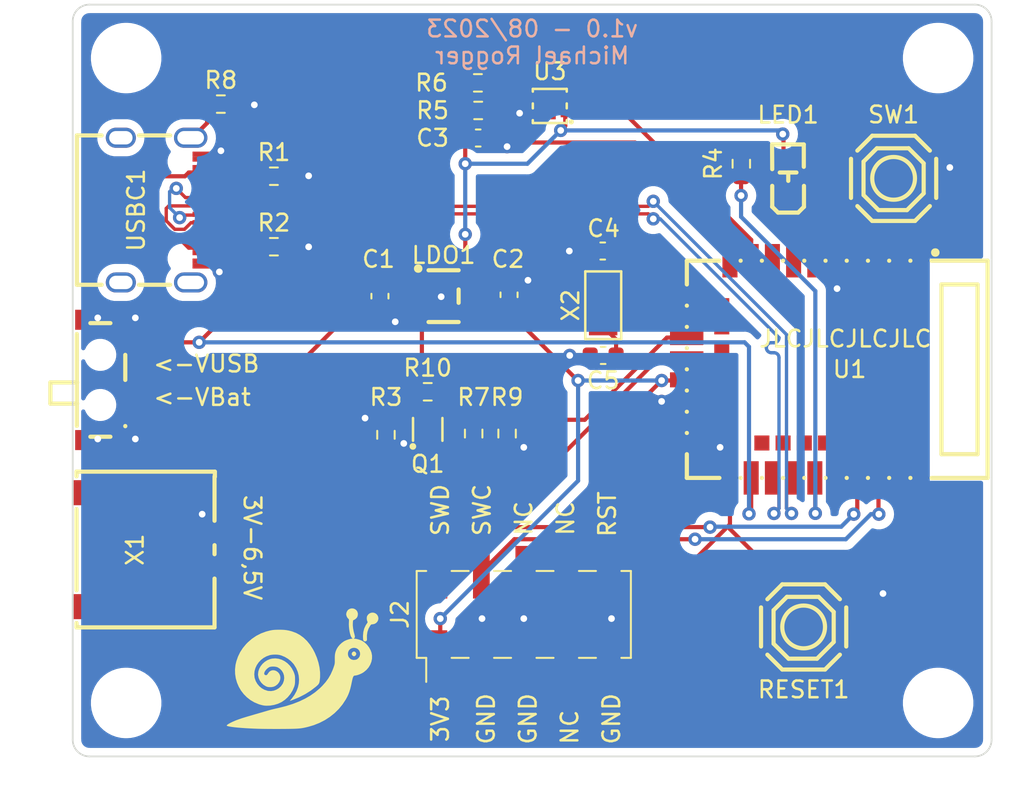
<source format=kicad_pcb>
(kicad_pcb (version 20211014) (generator pcbnew)
  (layers (0 "F.Cu" signal) (31 "B.Cu" signal) (34 "B.Paste" user) (35 "F.Paste" user) (36 "B.SilkS" user "B.Silkscreen") (37 "F.SilkS" user "F.Silkscreen") (38 "B.Mask" user) (39 "F.Mask" user) (44 "Edge.Cuts" user))
  (net 0 "")
  (net 1 "Net-(LED1-Pad1)")
  (net 4 "GND")
  (net 7 "XL1")
  (net 9 "XL2")
  (net 14 "VBUS")
  (net 17 "RESET")
  (net 18 "DATA-")
  (net 20 "DATA+")
  (net 22 "CC1")
  (net 24 "LED1")
  (net 33 "CC2")
  (net 34 "BAT_MON_EN")
  (net 35 "SCL")
  (net 36 "SDA")
  (net 37 "SWD")
  (net 38 "SWC")
  (net 40 "Net-(Q1-Pad3)")
  (net 43 "nRF_VDD")
  (net 47 "BTN1")
  (net 48 "Net-(Q1-Pad5)")
  (net 57 "/USB_SH")
  (net 58 "VSELECTED")
  (net 59 "VBAT")
  (net 60 "BAT_READ")
  (footprint "schneggi_library:USB-C_SMD-TYPE-C-31-M-12" (layer "F.Cu") (at 20.3525 27.3 -90)
    (fp_text reference "USBC1" (at 0 1.5525 90) (layer "F.SilkS"))
    (fp_text value "TYPE-C-31-M-12")
    (pad "" np_thru_hole circle (at 2.9 -1.21 270) (size 0.75 0.75) (drill 0.75) (layers F&B.Cu *.Mask))
    (pad "" np_thru_hole circle (at -2.9 -1.21 270) (size 0.75 0.75) (drill 0.75) (layers F&B.Cu *.Mask))
    (pad "0" thru_hole oval (at -4.33 -1.71 270) (size 1.2 2) (drill oval 0.8 1.6) (layers *.Cu *.Paste *.Mask) (net 57 "/USB_SH"))
    (pad "1" thru_hole oval (at 4.33 -1.71 270) (size 1.2 2) (drill oval 0.8 1.6) (layers *.Cu *.Paste *.Mask))
    (pad "2" thru_hole oval (at 4.33 2.47 270) (size 1.2 1.8) (drill oval 0.8 1.4) (layers *.Cu *.Paste *.Mask))
    (pad "3" thru_hole oval (at -4.33 2.47 270) (size 1.2 1.8) (drill oval 0.8 1.4) (layers *.Cu *.Paste *.Mask))
    (pad "A1" smd rect (at -3.35 -2.47 270) (size 0.3 1.3) (layers "F.Cu" "F.Paste" "F.Mask") (net 4 "GND"))
    (pad "A4" smd rect (at -2.55 -2.47 270) (size 0.3 1.3) (layers "F.Cu" "F.Paste" "F.Mask") (net 14 "VBUS"))
    (pad "A5" smd rect (at -1.25 -2.47 270) (size 0.3 1.3) (layers "F.Cu" "F.Paste" "F.Mask") (net 22 "CC1"))
    (pad "A6" smd rect (at -0.25 -2.47 270) (size 0.3 1.3) (layers "F.Cu" "F.Paste" "F.Mask") (net 20 "DATA+"))
    (pad "A7" smd rect (at 0.25 -2.47 270) (size 0.3 1.3) (layers "F.Cu" "F.Paste" "F.Mask") (net 18 "DATA-"))
    (pad "A8" smd rect (at 1.25 -2.47 270) (size 0.3 1.3) (layers "F.Cu" "F.Paste" "F.Mask"))
    (pad "A9" smd rect (at 2.55 -2.47 270) (size 0.3 1.3) (layers "F.Cu" "F.Paste" "F.Mask") (net 14 "VBUS"))
    (pad "A12" smd rect (at 3.35 -2.47 270) (size 0.3 1.3) (layers "F.Cu" "F.Paste" "F.Mask") (net 4 "GND"))
    (pad "B1" smd rect (at 3.05 -2.47 270) (size 0.3 1.3) (layers "F.Cu" "F.Paste" "F.Mask") (net 4 "GND"))
    (pad "B4" smd rect (at 2.25 -2.47 270) (size 0.3 1.3) (layers "F.Cu" "F.Paste" "F.Mask") (net 14 "VBUS"))
    (pad "B5" smd rect (at 1.75 -2.47 270) (size 0.3 1.3) (layers "F.Cu" "F.Paste" "F.Mask") (net 33 "CC2"))
    (pad "B6" smd rect (at 0.75 -2.47 270) (size 0.3 1.3) (layers "F.Cu" "F.Paste" "F.Mask") (net 20 "DATA+"))
    (pad "B7" smd rect (at -0.75 -2.47 270) (size 0.3 1.3) (layers "F.Cu" "F.Paste" "F.Mask") (net 18 "DATA-"))
    (pad "B8" smd rect (at -1.75 -2.47 270) (size 0.3 1.3) (layers "F.Cu" "F.Paste" "F.Mask"))
    (pad "B9" smd rect (at -2.25 -2.47 270) (size 0.3 1.3) (layers "F.Cu" "F.Paste" "F.Mask") (net 14 "VBUS"))
    (pad "B12" smd rect (at -3.05 -2.47 270) (size 0.3 1.3) (layers "F.Cu" "F.Paste" "F.Mask") (net 4 "GND"))
  )
  (footprint "Resistor_SMD:R_0603_1608Metric" (layer "F.Cu") (at 41 40.675 -90)
    (fp_text reference "R9" (at -2.175 0 180) (layer "F.SilkS"))
    (fp_text value "180k")
    (pad "1" smd roundrect (at -0.825 0 270) (size 0.8 0.95) (layers "F.Cu" "F.Paste" "F.Mask") (net 60 "BAT_READ"))
    (pad "2" smd roundrect (at 0.825 0 270) (size 0.8 0.95) (layers "F.Cu" "F.Paste" "F.Mask") (net 4 "GND"))
  )
  (footprint "MountingHole:MountingHole_3.2mm_M3" (layer "F.Cu") (at 18.2 18.2)
    (fp_text reference "H1" hide)
    (fp_text value "MountingHole")
    (pad "" np_thru_hole circle (at 0 0) (size 3.2 3.2) (drill 3.2) (layers *.Cu *.Mask))
  )
  (footprint "MountingHole:MountingHole_3.2mm_M3" (layer "F.Cu") (at 18.2 56.8)
    (fp_text reference "H4" hide)
    (fp_text value "MountingHole")
    (pad "" np_thru_hole circle (at 0 0) (size 3.2 3.2) (drill 3.2) (layers *.Cu *.Mask))
  )
  (footprint "schneggi_library:DFN-4_L2.0-W2.0-P1.00-BL-EP" (layer "F.Cu") (at 43.561 21.0675 90)
    (fp_text reference "U3" (at 2.0675 0 180) (layer "F.SilkS"))
    (fp_text value "SHTC3-10000")
    (pad "1" smd rect locked (at -0.5 0.92 90) (size 0.35 0.55) (layers "F.Cu" "F.Paste" "F.Mask") (net 43 "nRF_VDD"))
    (pad "2" smd rect locked (at 0.5 0.92 90) (size 0.35 0.55) (layers "F.Cu" "F.Paste" "F.Mask") (net 35 "SCL"))
    (pad "3" smd rect locked (at 0.5 -0.92 90) (size 0.35 0.55) (layers "F.Cu" "F.Paste" "F.Mask") (net 36 "SDA"))
    (pad "4" smd rect locked (at -0.5 -0.92 90) (size 0.35 0.55) (layers "F.Cu" "F.Paste" "F.Mask") (net 4 "GND"))
    (pad "5" smd rect locked (at 0 0 90) (size 1.6 0.7) (layers "F.Cu" "F.Paste" "F.Mask"))
  )
  (footprint "MountingHole:MountingHole_3.2mm_M3" (layer "F.Cu") (at 66.8 18.2)
    (fp_text reference "H2" hide)
    (fp_text value "MountingHole")
    (pad "" np_thru_hole circle (at 0 0) (size 3.2 3.2) (drill 3.2) (layers *.Cu *.Mask))
  )
  (footprint "schneggi_library:SOT-563_L1.6-W1.2-P0.50-LS1.6-BL" (layer "F.Cu") (at 36.25 40.425)
    (fp_text reference "Q1" (at 0 2.075) (layer "F.SilkS"))
    (fp_text value "DMC2400UV-13")
    (pad "1" smd rect locked (at -0.5 0.72) (size 0.28 0.55) (layers "F.Cu" "F.Paste" "F.Mask") (net 4 "GND"))
    (pad "2" smd rect locked (at 0 0.72) (size 0.28 0.55) (layers "F.Cu" "F.Paste" "F.Mask") (net 34 "BAT_MON_EN"))
    (pad "3" smd rect locked (at 0.5 0.72) (size 0.28 0.55) (layers "F.Cu" "F.Paste" "F.Mask") (net 40 "Net-(Q1-Pad3)"))
    (pad "4" smd rect locked (at 0.5 -0.72) (size 0.28 0.55) (layers "F.Cu" "F.Paste" "F.Mask") (net 58 "VSELECTED"))
    (pad "5" smd rect locked (at 0 -0.72) (size 0.28 0.55) (layers "F.Cu" "F.Paste" "F.Mask") (net 48 "Net-(Q1-Pad5)"))
    (pad "6" smd rect locked (at -0.5 -0.72) (size 0.28 0.55) (layers "F.Cu" "F.Paste" "F.Mask") (net 48 "Net-(Q1-Pad5)"))
  )
  (footprint "Resistor_SMD:R_0603_1608Metric" (layer "F.Cu") (at 55.02 24.525 -90)
    (fp_text reference "R4" (at 0 1.68 90) (layer "F.SilkS"))
    (fp_text value "220")
    (pad "1" smd roundrect (at -0.825 0 270) (size 0.8 0.95) (layers "F.Cu" "F.Paste" "F.Mask") (net 1 "Net-(LED1-Pad1)"))
    (pad "2" smd roundrect (at 0.825 0 270) (size 0.8 0.95) (layers "F.Cu" "F.Paste" "F.Mask") (net 24 "LED1"))
  )
  (footprint "Resistor_SMD:R_0603_1608Metric" (layer "F.Cu") (at 27.0425 25.2725)
    (fp_text reference "R1" (at 0 -1.43) (layer "F.SilkS"))
    (fp_text value "5.1k")
    (pad "1" smd roundrect (at -0.825 0) (size 0.8 0.95) (layers "F.Cu" "F.Paste" "F.Mask") (net 22 "CC1"))
    (pad "2" smd roundrect (at 0.825 0) (size 0.8 0.95) (layers "F.Cu" "F.Paste" "F.Mask") (net 4 "GND"))
  )
  (footprint "Resistor_SMD:R_0603_1608Metric" (layer "F.Cu") (at 33.75 40.75 90)
    (fp_text reference "R3" (at 2.25 0 180) (layer "F.SilkS"))
    (fp_text value "1M0")
    (pad "1" smd roundrect (at -0.825 0 90) (size 0.8 0.95) (layers "F.Cu" "F.Paste" "F.Mask") (net 34 "BAT_MON_EN"))
    (pad "2" smd roundrect (at 0.825 0 90) (size 0.8 0.95) (layers "F.Cu" "F.Paste" "F.Mask") (net 4 "GND"))
  )
  (footprint "schneggi_library:SOT-23-5_L3.0-W1.7-P0.95-LS2.8-BR" (layer "F.Cu") (at 37.2 32.45 180)
    (fp_text reference "LDO1" (at 0 2.45) (layer "F.SilkS"))
    (fp_text value "TPS70933DBVR")
    (pad "1" smd rect locked (at 1.3 0.95 180) (size 1 0.6) (layers "F.Cu" "F.Paste" "F.Mask") (net 58 "VSELECTED"))
    (pad "2" smd rect locked (at 1.3 0 180) (size 1 0.6) (layers "F.Cu" "F.Paste" "F.Mask") (net 4 "GND"))
    (pad "3" smd rect locked (at 1.3 -0.95 180) (size 1 0.6) (layers "F.Cu" "F.Paste" "F.Mask") (net 58 "VSELECTED"))
    (pad "4" smd rect locked (at -1.3 -0.95 180) (size 1 0.6) (layers "F.Cu" "F.Paste" "F.Mask"))
    (pad "5" smd rect locked (at -1.3 0.95 180) (size 1 0.6) (layers "F.Cu" "F.Paste" "F.Mask") (net 43 "nRF_VDD"))
  )
  (footprint "Resistor_SMD:R_0603_1608Metric" (layer "F.Cu") (at 36.25 38.175)
    (fp_text reference "R10" (at 0 -1.43) (layer "F.SilkS"))
    (fp_text value "1M0")
    (pad "1" smd roundrect (at -0.825 0) (size 0.8 0.95) (layers "F.Cu" "F.Paste" "F.Mask") (net 48 "Net-(Q1-Pad5)"))
    (pad "2" smd roundrect (at 0.825 0) (size 0.8 0.95) (layers "F.Cu" "F.Paste" "F.Mask") (net 58 "VSELECTED"))
  )
  (footprint "schneggi_library:SW-TH_MSK12C02" (layer "F.Cu") (at 17.1975 37.465 -90)
    (fp_text reference "SW3" hide)
    (fp_text value "MSK12C02")
    (pad "" np_thru_hole circle (at -1.5 0.55 270) (size 0.9 0.9) (drill 0.9) (layers F&B.Cu *.Mask))
    (pad "" np_thru_hole circle (at 1.5 0.55 270) (size 0.9 0.9) (drill 0.9) (layers F&B.Cu *.Mask))
    (pad "1" smd rect (at -2.25 -1.7) (size 1.52 0.6) (layers "F.Cu" "F.Paste" "F.Mask") (net 14 "VBUS"))
    (pad "2" smd rect (at 0.75 -1.7) (size 1.52 0.6) (layers "F.Cu" "F.Paste" "F.Mask") (net 58 "VSELECTED"))
    (pad "3" smd rect (at 2.25 -1.7) (size 1.52 0.6) (layers "F.Cu" "F.Paste" "F.Mask") (net 59 "VBAT"))
    (pad "4" smd rect (at 3.6 1.7 90) (size 1.2 0.7) (layers "F.Cu" "F.Paste" "F.Mask") (net 4 "GND"))
    (pad "4" smd rect (at -3.6 1.7 90) (size 1.2 0.7) (layers "F.Cu" "F.Paste" "F.Mask") (net 4 "GND"))
    (pad "4" smd rect (at 3.6 -0.6 90) (size 1.2 0.7) (layers "F.Cu" "F.Paste" "F.Mask") (net 4 "GND"))
    (pad "4" smd rect (at -3.6 -0.6 90) (size 1.2 0.7) (layers "F.Cu" "F.Paste" "F.Mask") (net 4 "GND"))
  )
  (footprint "MountingHole:MountingHole_3.2mm_M3" (layer "F.Cu") (at 66.8 56.8)
    (fp_text reference "H3" hide)
    (fp_text value "MountingHole")
    (pad "" np_thru_hole circle (at 0 0) (size 3.2 3.2) (drill 3.2) (layers *.Cu *.Mask))
  )
  (footprint "Capacitor_SMD:C_0603_1608Metric" (layer "F.Cu") (at 46.75 36)
    (fp_text reference "C5" (at 0 1.5) (layer "F.SilkS"))
    (fp_text value "12pF")
    (pad "1" smd roundrect (at -0.775 0) (size 0.9 0.95) (layers "F.Cu" "F.Paste" "F.Mask") (net 4 "GND"))
    (pad "2" smd roundrect (at 0.775 0) (size 0.9 0.95) (layers "F.Cu" "F.Paste" "F.Mask") (net 9 "XL2"))
  )
  (footprint "Capacitor_SMD:C_0603_1608Metric" (layer "F.Cu") (at 39.27058 22.985)
    (fp_text reference "C3" (at -2.73 0) (layer "F.SilkS"))
    (fp_text value "100nF")
    (pad "1" smd roundrect (at -0.775 0) (size 0.9 0.95) (layers "F.Cu" "F.Paste" "F.Mask") (net 43 "nRF_VDD"))
    (pad "2" smd roundrect (at 0.775 0) (size 0.9 0.95) (layers "F.Cu" "F.Paste" "F.Mask") (net 4 "GND"))
  )
  (footprint "schneggi_library:SW-SMD_4P-L5.1-W5.1-P3.70-LS6.5-TL-2" (layer "F.Cu") (at 64.135 25.4)
    (fp_text reference "SW1" (at 0 -3.81) (layer "F.SilkS"))
    (fp_text value "TS-1187A-B-A-B")
    (pad "1" smd rect locked (at -3.3 -1.85) (size 1.7 1) (layers "F.Cu" "F.Paste" "F.Mask"))
    (pad "2" smd rect locked (at 3.3 -1.85) (size 1.7 1) (layers "F.Cu" "F.Paste" "F.Mask") (net 4 "GND"))
    (pad "3" smd rect locked (at -3.3 1.85) (size 1.7 1) (layers "F.Cu" "F.Paste" "F.Mask"))
    (pad "4" smd rect locked (at 3.3 1.85) (size 1.7 1) (layers "F.Cu" "F.Paste" "F.Mask") (net 47 "BTN1"))
  )
  (footprint "Resistor_SMD:R_0603_1608Metric" (layer "F.Cu") (at 23.8675 20.955)
    (fp_text reference "R8" (at 0 -1.43) (layer "F.SilkS"))
    (fp_text value "1M")
    (pad "1" smd roundrect (at -0.825 0) (size 0.8 0.95) (layers "F.Cu" "F.Paste" "F.Mask") (net 57 "/USB_SH"))
    (pad "2" smd roundrect (at 0.825 0) (size 0.8 0.95) (layers "F.Cu" "F.Paste" "F.Mask") (net 4 "GND"))
  )
  (footprint "Resistor_SMD:R_0603_1608Metric" (layer "F.Cu") (at 39.253838 19.685)
    (fp_text reference "R6" (at -2.777258 0) (layer "F.SilkS"))
    (fp_text value "10k")
    (pad "1" smd roundrect (at -0.825 0) (size 0.8 0.95) (layers "F.Cu" "F.Paste" "F.Mask") (net 43 "nRF_VDD"))
    (pad "2" smd roundrect (at 0.825 0) (size 0.8 0.95) (layers "F.Cu" "F.Paste" "F.Mask") (net 35 "SCL"))
  )
  (footprint "schneggi_library:SW-SMD_4P-L5.1-W5.1-P3.70-LS6.5-TL-2" (layer "F.Cu") (at 58.75 52.25)
    (fp_text reference "RESET1" (at 0 3.75) (layer "F.SilkS"))
    (fp_text value "TS-1187A-B-A-B")
    (pad "1" smd rect locked (at -3.3 -1.85) (size 1.7 1) (layers "F.Cu" "F.Paste" "F.Mask"))
    (pad "2" smd rect locked (at 3.3 -1.85) (size 1.7 1) (layers "F.Cu" "F.Paste" "F.Mask") (net 4 "GND"))
    (pad "3" smd rect locked (at -3.3 1.85) (size 1.7 1) (layers "F.Cu" "F.Paste" "F.Mask"))
    (pad "4" smd rect locked (at 3.3 1.85) (size 1.7 1) (layers "F.Cu" "F.Paste" "F.Mask") (net 17 "RESET"))
  )
  (footprint "Resistor_SMD:R_0603_1608Metric" (layer "F.Cu") (at 27.0425 29.4925)
    (fp_text reference "R2" (at 0 -1.43) (layer "F.SilkS"))
    (fp_text value "5.1k")
    (pad "1" smd roundrect (at -0.825 0) (size 0.8 0.95) (layers "F.Cu" "F.Paste" "F.Mask") (net 33 "CC2"))
    (pad "2" smd roundrect (at 0.825 0) (size 0.8 0.95) (layers "F.Cu" "F.Paste" "F.Mask") (net 4 "GND"))
  )
  (footprint "Capacitor_SMD:C_0603_1608Metric" (layer "F.Cu") (at 33.39 32.45 -90)
    (fp_text reference "C1" (at -2.215 0.085 180) (layer "F.SilkS"))
    (fp_text value "1uF")
    (pad "1" smd roundrect (at -0.775 0 270) (size 0.9 0.95) (layers "F.Cu" "F.Paste" "F.Mask") (net 58 "VSELECTED"))
    (pad "2" smd roundrect (at 0.775 0 270) (size 0.9 0.95) (layers "F.Cu" "F.Paste" "F.Mask") (net 4 "GND"))
  )
  (footprint "Resistor_SMD:R_0603_1608Metric" (layer "F.Cu") (at 39 40.675 90)
    (fp_text reference "R7" (at 2.175 0 180) (layer "F.SilkS"))
    (fp_text value "1M5")
    (pad "1" smd roundrect (at -0.825 0 90) (size 0.8 0.95) (layers "F.Cu" "F.Paste" "F.Mask") (net 40 "Net-(Q1-Pad3)"))
    (pad "2" smd roundrect (at 0.825 0 90) (size 0.8 0.95) (layers "F.Cu" "F.Paste" "F.Mask") (net 60 "BAT_READ"))
  )
  (footprint "schneggi_library:LED0805-RD_RED" (layer "F.Cu") (at 57.82 25.35 90)
    (fp_text reference "LED1" (at 3.75 0 180) (layer "F.SilkS"))
    (fp_text value "XL-2012SURC")
    (pad "1" smd rect locked (at -1.1 0 270) (size 1 1.25) (layers "F.Cu" "F.Paste" "F.Mask") (net 1 "Net-(LED1-Pad1)"))
    (pad "2" smd rect locked (at 1.1 0 270) (size 1 1.25) (layers "F.Cu" "F.Paste" "F.Mask") (net 43 "nRF_VDD"))
  )
  (footprint "schneggi_library:schneggi" (layer "F.Cu") (at 28.75 54.75)
    (fp_text reference "G***" hide)
    (fp_text value "LOGO" hide)
  )
  (footprint "Resistor_SMD:R_0603_1608Metric" (layer "F.Cu") (at 39.27058 21.336)
    (fp_text reference "R5" (at -2.73 0) (layer "F.SilkS"))
    (fp_text value "10k")
    (pad "1" smd roundrect (at -0.825 0) (size 0.8 0.95) (layers "F.Cu" "F.Paste" "F.Mask") (net 43 "nRF_VDD"))
    (pad "2" smd roundrect (at 0.825 0) (size 0.8 0.95) (layers "F.Cu" "F.Paste" "F.Mask") (net 36 "SDA"))
  )
  (footprint "schneggi_library:CRYSTAL-SMD_L3.2-W1.5-1" (layer "F.Cu") (at 46.75 33 -90)
    (fp_text reference "X2" (at -0.005 1.95 90) (layer "F.SilkS"))
    (fp_text value "XDMCZLNDDF-0.032768MHZ")
    (pad "1" smd rect locked (at -1.27 0 270) (size 1.05 1.7) (layers "F.Cu" "F.Paste" "F.Mask") (net 7 "XL1"))
    (pad "2" smd rect locked (at 1.27 0 270) (size 1.05 1.7) (layers "F.Cu" "F.Paste" "F.Mask") (net 9 "XL2"))
  )
  (footprint "schneggi_library:WIRELM-SMD_E73-2G4M08S1C" (layer "F.Cu") (at 58.76 36.83 90)
    (fp_text reference "U1" (at 0 2.74 180) (layer "F.SilkS"))
    (fp_text value "E73-2G4M08S1C")
    (pad "1" smd rect locked (at 6.5 7.01 180) (size 0.9 2) (layers "F.Cu" "F.Paste" "F.Mask") (net 47 "BTN1"))
    (pad "2" smd rect locked (at 6.5 5.74 180) (size 0.9 2) (layers "F.Cu" "F.Paste" "F.Mask"))
    (pad "3" smd rect locked (at 6.5 4.5 180) (size 0.9 2) (layers "F.Cu" "F.Paste" "F.Mask"))
    (pad "4" smd rect locked (at 6.5 3.2 180) (size 0.9 2) (layers "F.Cu" "F.Paste" "F.Mask"))
    (pad "5" smd rect locked (at 6.5 1.93 180) (size 0.9 2) (layers "F.Cu" "F.Paste" "F.Mask") (net 4 "GND"))
    (pad "6" smd rect locked (at 6.5 0.66 180) (size 0.9 2) (layers "F.Cu" "F.Paste" "F.Mask"))
    (pad "7" smd rect locked (at 6.5 -0.61 180) (size 0.9 2) (layers "F.Cu" "F.Paste" "F.Mask"))
    (pad "8" smd rect locked (at 6.5 -1.88 180) (size 0.9 2) (layers "F.Cu" "F.Paste" "F.Mask"))
    (pad "9" smd rect locked (at 6.5 -3.15 180) (size 0.9 2) (layers "F.Cu" "F.Paste" "F.Mask") (net 35 "SCL"))
    (pad "10" smd rect locked (at 6.5 -4.42 180) (size 0.9 2) (layers "F.Cu" "F.Paste" "F.Mask") (net 36 "SDA"))
    (pad "11" smd rect locked (at 4.45 -7.01 270) (size 0.9 2) (layers "F.Cu" "F.Paste" "F.Mask") (net 7 "XL1"))
    (pad "12" smd rect locked (at 3.81 -4.91 270) (size 0.9 0.9) (layers "F.Cu" "F.Paste" "F.Mask"))
    (pad "13" smd rect locked (at 3.17 -7.01 270) (size 0.9 2) (layers "F.Cu" "F.Paste" "F.Mask") (net 9 "XL2"))
    (pad "14" smd rect locked (at 2.54 -4.91 270) (size 0.9 0.9) (layers "F.Cu" "F.Paste" "F.Mask"))
    (pad "15" smd rect locked (at 1.9 -7.01 270) (size 0.9 2) (layers "F.Cu" "F.Paste" "F.Mask") (net 60 "BAT_READ"))
    (pad "16" smd rect locked (at 1.27 -4.91 270) (size 0.9 0.9) (layers "F.Cu" "F.Paste" "F.Mask"))
    (pad "17" smd rect locked (at 0.63 -7.01 270) (size 0.9 2) (layers "F.Cu" "F.Paste" "F.Mask") (net 34 "BAT_MON_EN"))
    (pad "18" smd rect locked (at 0 -4.91 270) (size 0.9 0.9) (layers "F.Cu" "F.Paste" "F.Mask"))
    (pad "19" smd rect locked (at -0.63 -7.01 270) (size 0.9 2) (layers "F.Cu" "F.Paste" "F.Mask") (net 43 "nRF_VDD"))
    (pad "20" smd rect locked (at -1.27 -4.91 270) (size 0.9 0.9) (layers "F.Cu" "F.Paste" "F.Mask"))
    (pad "21" smd rect locked (at -1.9 -7.01 270) (size 0.9 2) (layers "F.Cu" "F.Paste" "F.Mask") (net 4 "GND"))
    (pad "22" smd rect locked (at -2.54 -4.91 270) (size 0.9 0.9) (layers "F.Cu" "F.Paste" "F.Mask"))
    (pad "23" smd rect locked (at -3.17 -7.01 270) (size 0.9 2) (layers "F.Cu" "F.Paste" "F.Mask") (net 43 "nRF_VDD"))
    (pad "24" smd rect locked (at -3.81 -4.91 270) (size 0.9 0.9) (layers "F.Cu" "F.Paste" "F.Mask") (net 4 "GND"))
    (pad "25" smd rect locked (at -4.45 -7.01 270) (size 0.9 2) (layers "F.Cu" "F.Paste" "F.Mask"))
    (pad "26" smd rect locked (at -6.5 -4.42) (size 0.9 2) (layers "F.Cu" "F.Paste" "F.Mask") (net 17 "RESET"))
    (pad "27" smd rect locked (at -6.5 -3.15) (size 0.9 2) (layers "F.Cu" "F.Paste" "F.Mask") (net 14 "VBUS"))
    (pad "28" smd rect locked (at -4.41 -2.51) (size 0.9 0.9) (layers "F.Cu" "F.Paste" "F.Mask"))
    (pad "29" smd rect locked (at -6.5 -1.88) (size 0.9 2) (layers "F.Cu" "F.Paste" "F.Mask") (net 18 "DATA-"))
    (pad "30" smd rect locked (at -4.41 -1.24) (size 0.9 0.9) (layers "F.Cu" "F.Paste" "F.Mask"))
    (pad "31" smd rect locked (at -6.5 -0.61) (size 0.9 2) (layers "F.Cu" "F.Paste" "F.Mask") (net 20 "DATA+"))
    (pad "32" smd rect locked (at -4.41 0.03) (size 0.9 0.9) (layers "F.Cu" "F.Paste" "F.Mask"))
    (pad "33" smd rect locked (at -6.5 0.66) (size 0.9 2) (layers "F.Cu" "F.Paste" "F.Mask") (net 24 "LED1"))
    (pad "34" smd rect locked (at -4.41 1.3) (size 0.9 0.9) (layers "F.Cu" "F.Paste" "F.Mask"))
    (pad "35" smd rect locked (at -6.5 1.93) (size 0.9 2) (layers "F.Cu" "F.Paste" "F.Mask"))
    (pad "36" smd rect locked (at -4.41 2.57) (size 0.9 0.9) (layers "F.Cu" "F.Paste" "F.Mask"))
    (pad "37" smd rect locked (at -6.5 3.2) (size 0.9 2) (layers "F.Cu" "F.Paste" "F.Mask") (net 37 "SWD"))
    (pad "38" smd rect locked (at -4.41 3.84) (size 0.9 0.9) (layers "F.Cu" "F.Paste" "F.Mask"))
    (pad "39" smd rect locked (at -6.5 4.47) (size 0.9 2) (layers "F.Cu" "F.Paste" "F.Mask") (net 38 "SWC"))
    (pad "40" smd rect locked (at -4.41 5.11) (size 0.9 0.9) (layers "F.Cu" "F.Paste" "F.Mask"))
    (pad "41" smd rect locked (at -6.5 5.74) (size 0.9 2) (layers "F.Cu" "F.Paste" "F.Mask"))
    (pad "42" smd rect locked (at -4.4 6.38) (size 0.9 0.9) (layers "F.Cu" "F.Paste" "F.Mask"))
    (pad "43" smd rect locked (at -6.5 7.01) (size 0.9 2) (layers "F.Cu" "F.Paste" "F.Mask"))
  )
  (footprint "schneggi_library:CONN-SMD_AFC20-S02ACA-00" (layer "F.Cu") (at 20 47.625 90)
    (fp_text reference "X1" (at 0 -1.27 90) (layer "F.SilkS"))
    (fp_text value "AFC20-S02ACA-00")
    (pad "1" smd rect locked (at -1 2.94 90) (size 1 3.25) (layers "F.Cu" "F.Paste" "F.Mask") (net 59 "VBAT"))
    (pad "2" smd rect locked (at 1 2.94 90) (size 1 3.25) (layers "F.Cu" "F.Paste" "F.Mask") (net 4 "GND"))
    (pad "3" smd rect locked (at 3.41 -2.94 90) (size 1.5 4) (layers "F.Cu" "F.Paste" "F.Mask"))
    (pad "4" smd rect locked (at -3.41 -2.94 90) (size 1.5 4) (layers "F.Cu" "F.Paste" "F.Mask"))
  )
  (footprint "Connector_PinHeader_2.54mm:PinHeader_2x05_P2.54mm_Vertical_SMD" (layer "F.Cu") (at 42 51.5 90)
    (fp_text reference "J2" (at 0 -7.41 90) (layer "F.SilkS"))
    (fp_text value "Conn_02x05_Odd_Even")
    (pad "1" smd rect (at -2.525 -5.08 90) (size 3.15 1) (layers "F.Cu" "F.Paste" "F.Mask") (net 43 "nRF_VDD"))
    (pad "2" smd rect (at 2.525 -5.08 90) (size 3.15 1) (layers "F.Cu" "F.Paste" "F.Mask") (net 37 "SWD"))
    (pad "3" smd rect (at -2.525 -2.54 90) (size 3.15 1) (layers "F.Cu" "F.Paste" "F.Mask") (net 4 "GND"))
    (pad "4" smd rect (at 2.525 -2.54 90) (size 3.15 1) (layers "F.Cu" "F.Paste" "F.Mask") (net 38 "SWC"))
    (pad "5" smd rect (at -2.525 0 90) (size 3.15 1) (layers "F.Cu" "F.Paste" "F.Mask") (net 4 "GND"))
    (pad "6" smd rect (at 2.525 0 90) (size 3.15 1) (layers "F.Cu" "F.Paste" "F.Mask"))
    (pad "7" smd rect (at -2.525 2.54 90) (size 3.15 1) (layers "F.Cu" "F.Paste" "F.Mask"))
    (pad "8" smd rect (at 2.525 2.54 90) (size 3.15 1) (layers "F.Cu" "F.Paste" "F.Mask"))
    (pad "9" smd rect (at -2.525 5.08 90) (size 3.15 1) (layers "F.Cu" "F.Paste" "F.Mask") (net 4 "GND"))
    (pad "10" smd rect (at 2.525 5.08 90) (size 3.15 1) (layers "F.Cu" "F.Paste" "F.Mask") (net 17 "RESET"))
  )
  (footprint "Capacitor_SMD:C_0603_1608Metric" (layer "F.Cu") (at 46.725 29.75)
    (fp_text reference "C4" (at 0.05 -1.35) (layer "F.SilkS"))
    (fp_text value "12pF")
    (pad "1" smd roundrect (at -0.775 0) (size 0.9 0.95) (layers "F.Cu" "F.Paste" "F.Mask") (net 4 "GND"))
    (pad "2" smd roundrect (at 0.775 0) (size 0.9 0.95) (layers "F.Cu" "F.Paste" "F.Mask") (net 7 "XL1"))
  )
  (footprint "Capacitor_SMD:C_0603_1608Metric" (layer "F.Cu") (at 41.1175 32.37 90)
    (fp_text reference "C2" (at 2.135 -0.0625 180) (layer "F.SilkS"))
    (fp_text value "2.2uF")
    (pad "1" smd roundrect (at -0.775 0 90) (size 0.9 0.95) (layers "F.Cu" "F.Paste" "F.Mask") (net 43 "nRF_VDD"))
    (pad "2" smd roundrect (at 0.775 0 90) (size 0.9 0.95) (layers "F.Cu" "F.Paste" "F.Mask") (net 4 "GND"))
  )
  (gr_line (start 15 16) (end 15 59) (layer "Edge.Cuts") (width 0.1))
  (gr_line (start 70 16) (end 70 59) (layer "Edge.Cuts") (width 0.1))
  (gr_line (start 69 15) (end 16 15) (layer "Edge.Cuts") (width 0.1))
  (gr_line (start 16 60) (end 69 60) (layer "Edge.Cuts") (width 0.1))
  (gr_arc (start 70 59) (mid 69.707107 59.707107) (end 69 60) (layer "Edge.Cuts") (width 0.1))
  (gr_arc (start 15 16) (mid 15.292893 15.292893) (end 16 15) (layer "Edge.Cuts") (width 0.1))
  (gr_arc (start 16 60) (mid 15.292893 59.707107) (end 15 59) (layer "Edge.Cuts") (width 0.1))
  (gr_arc (start 69 15) (mid 69.707107 15.292893) (end 70 16) (layer "Edge.Cuts") (width 0.1))
  (gr_text "v1.0 - 08/2023\nMichael Rogger" (at 42.5 17.25) (layer "B.SilkS") (effects (font (size 1 1)) (justify mirror)))
  (gr_text "<-VUSB" (at 23 36.5) (layer "F.SilkS") (effects (font (size 1 1))))
  (gr_text "NC" (at 42 45.75 90) (layer "F.SilkS") (effects (font (size 1 1))))
  (gr_text "RST" (at 47 45.5 90) (layer "F.SilkS") (effects (font (size 1 1))))
  (gr_text "GND" (at 42.25 57.75 90) (layer "F.SilkS") (effects (font (size 1 1))))
  (gr_text "GND" (at 47.25 57.75 90) (layer "F.SilkS") (effects (font (size 1 1))))
  (gr_text "SWD" (at 37 45.25 90) (layer "F.SilkS") (effects (font (size 1 1))))
  (gr_text "GND" (at 39.75 57.75 90) (layer "F.SilkS") (effects (font (size 1 1))))
  (gr_text "SWC" (at 39.5 45.25 90) (layer "F.SilkS") (effects (font (size 1 1))))
  (gr_text "NC" (at 44.5 45.75 90) (layer "F.SilkS") (effects (font (size 1 1))))
  (gr_text "NC" (at 44.75 58.25 90) (layer "F.SilkS") (effects (font (size 1 1))))
  (gr_text "3V-6,5V" (at 25.75 47.5 270) (layer "F.SilkS") (effects (font (size 1 1))))
  (gr_text "<-VBat" (at 22.75 38.5) (layer "F.SilkS") (effects (font (size 1 1))))
  (gr_text "3V3" (at 37 57.75 90) (layer "F.SilkS") (effects (font (size 1 1))))
  (gr_text "JLCJLCJLCJLC" (at 61.25 35) (layer "F.SilkS") (effects (font (size 1 1))))
  (segment (start 55.02 24.02) (end 57.45 26.45) (width 0.25) (layer "F.Cu") (net 1))
  (segment (start 55.02 23.7) (end 55.02 24.02) (width 0.25) (layer "F.Cu") (net 1))
  (segment (start 57.45 26.45) (end 57.82 26.45) (width 0.25) (layer "F.Cu") (net 1))
  (segment (start 42 51.75) (end 42 54.025) (width 0.25) (layer "F.Cu") (net 4))
  (segment (start 42.5735 21.5) (end 42.641 21.5675) (width 0.25) (layer "F.Cu") (net 4))
  (segment (start 40.56058 23.5) (end 40.04558 22.985) (width 0.25) (layer "F.Cu") (net 4))
  (segment (start 18.635 33.865) (end 18.75 33.75) (width 0.25) (layer "F.Cu") (net 4))
  (segment (start 39.5 53.985) (end 39.46 54.025) (width 0.25) (layer "F.Cu") (net 4))
  (segment (start 29.1225 29.5) (end 27.875 29.5) (width 0.25) (layer "F.Cu") (net 4))
  (segment (start 47.25 51.75) (end 47.25 53.855) (width 0.25) (layer "F.Cu") (net 4))
  (segment (start 39.5 51.75) (end 39.5 53.985) (width 0.25) (layer "F.Cu") (net 4))
  (segment (start 23.778 30.6555) (end 23.4775 30.355) (width 0.25) (layer "F.Cu") (net 4))
  (segment (start 22.75 45.5) (end 22.75 46.5) (width 0.25) (layer "F.Cu") (net 4))
  (segment (start 35.9 32.45) (end 37.02 32.45) (width 0.25) (layer "F.Cu") (net 4))
  (segment (start 23.4775 30.355) (end 22.9225 30.355) (width 0.25) (layer "F.Cu") (net 4))
  (segment (start 41 23.5) (end 40.56058 23.5) (width 0.25) (layer "F.Cu") (net 4))
  (segment (start 22.9225 23.955) (end 23.6675 23.955) (width 0.25) (layer "F.Cu") (net 4))
  (segment (start 60.75 32) (end 60.75 30.39) (width 0.25) (layer "F.Cu") (net 4))
  (segment (start 33.545 33.225) (end 34.305 33.985) (width 0.25) (layer "F.Cu") (net 4))
  (segment (start 33.39 33.225) (end 33.545 33.225) (width 0.25) (layer "F.Cu") (net 4))
  (segment (start 42.25 31.5) (end 41.2125 31.5) (width 0.25) (layer "F.Cu") (net 4))
  (segment (start 41.2125 31.5) (end 41.1175 31.595) (width 0.25) (layer "F.Cu") (net 4))
  (segment (start 63.35 50.4) (end 63.5 50.25) (width 0.25) (layer "F.Cu") (net 4))
  (segment (start 25.8725 21) (end 24.7375 21) (width 0.25) (layer "F.Cu") (net 4))
  (segment (start 32.675 39.925) (end 33.75 39.925) (width 0.25) (layer "F.Cu") (net 4))
  (segment (start 51.75 38.73) (end 50.27 38.73) (width 0.25) (layer "F.Cu") (net 4))
  (segment (start 42 41.5) (end 41 41.5) (width 0.25) (layer "F.Cu") (net 4))
  (segment (start 16.5 41) (end 15.51 41) (width 0.25) (layer "F.Cu") (net 4))
  (segment (start 18.685 41.065) (end 18.75 41) (width 0.25) (layer "F.Cu") (net 4))
  (segment (start 53.85 40.64) (end 53.85 41.4) (width 0.25) (layer "F.Cu") (net 4))
  (segment (start 23.778 31) (end 23.778 30.6555) (width 0.25) (layer "F.Cu") (net 4))
  (segment (start 34.817076 41.266294) (end 35.628706 41.266294) (width 0.25) (layer "F.Cu") (net 4))
  (segment (start 23.6675 23.955) (end 23.8725 23.75) (width 0.25) (layer "F.Cu") (net 4))
  (segment (start 44.75 36) (end 45.975 36) (width 0.25) (layer "F.Cu") (net 4))
  (segment (start 17.745 41.065) (end 18.685 41.065) (width 0.25) (layer "F.Cu") (net 4))
  (segment (start 47.25 53.855) (end 47.08 54.025) (width 0.25) (layer "F.Cu") (net 4))
  (segment (start 35.628706 41.266294) (end 35.75 41.145) (width 0.25) (layer "F.Cu") (net 4))
  (segment (start 37.02 32.45) (end 37.055 32.485) (width 0.25) (layer "F.Cu") (net 4))
  (segment (start 53.85 41.4) (end 53.75 41.5) (width 0.25) (layer "F.Cu") (net 4))
  (segment (start 44.725 29.75) (end 45.95 29.75) (width 0.25) (layer "F.Cu") (net 4))
  (segment (start 50.27 38.73) (end 50.25 38.75) (width 0.25) (layer "F.Cu") (net 4))
  (segment (start 41.75 21.5) (end 42.5735 21.5) (width 0.25) (layer "F.Cu") (net 4))
  (segment (start 29.1225 25.25) (end 27.89 25.25) (width 0.25) (layer "F.Cu") (net 4))
  (segment (start 32.5 39.75) (end 32.675 39.925) (width 0.25) (layer "F.Cu") (net 4))
  (segment (start 16.5 33.75) (end 15.56 33.75) (width 0.25) (layer "F.Cu") (net 4))
  (segment (start 17.745 33.865) (end 18.635 33.865) (width 0.25) (layer "F.Cu") (net 4))
  (segment (start 67.5 24.75) (end 67.5 23.615) (width 0.25) (layer "F.Cu") (net 4))
  (segment (start 62.05 50.4) (end 63.35 50.4) (width 0.25) (layer "F.Cu") (net 4))
  (via (at 29.1225 29.5) (size 0.8) (drill 0.4) (layers "F.Cu" "B.Cu") (net 4))
  (via (at 63.5 50.25) (size 0.8) (drill 0.4) (layers "F.Cu" "B.Cu") (net 4))
  (via (at 34.817076 41.266294) (size 0.8) (drill 0.4) (layers "F.Cu" "B.Cu") (net 4))
  (via (at 37.055 32.485) (size 0.8) (drill 0.4) (layers "F.Cu" "B.Cu") (net 4))
  (via (at 23.778 31) (size 0.8) (drill 0.4) (layers "F.Cu" "B.Cu") (net 4))
  (via (at 47.25 51.75) (size 0.8) (drill 0.4) (layers "F.Cu" "B.Cu") (net 4))
  (via (at 42 51.75) (size 0.8) (drill 0.4) (layers "F.Cu" "B.Cu") (net 4))
  (via (at 32.5 39.75) (size 0.8) (drill 0.4) (layers "F.Cu" "B.Cu") (net 4))
  (via (at 18.75 41) (size 0.8) (drill 0.4) (layers "F.Cu" "B.Cu") (net 4))
  (via (at 67.5 24.75) (size 0.8) (drill 0.4) (layers "F.Cu" "B.Cu") (net 4))
  (via (at 41.75 21.5) (size 0.8) (drill 0.4) (layers "F.Cu" "B.Cu") (net 4))
  (via (at 44.75 36) (size 0.8) (drill 0.4) (layers "F.Cu" "B.Cu") (net 4))
  (via (at 60.75 32) (size 0.8) (drill 0.4) (layers "F.Cu" "B.Cu") (net 4))
  (via (at 41 23.5) (size 0.8) (drill 0.4) (layers "F.Cu" "B.Cu") (net 4))
  (via (at 34.305 33.985) (size 0.8) (drill 0.4) (layers "F.Cu" "B.Cu") (net 4))
  (via (at 22.75 45.5) (size 0.8) (drill 0.4) (layers "F.Cu" "B.Cu") (net 4))
  (via (at 42 41.5) (size 0.8) (drill 0.4) (layers "F.Cu" "B.Cu") (net 4))
  (via (at 44.725 29.75) (size 0.8) (drill 0.4) (layers "F.Cu" "B.Cu") (net 4))
  (via (at 16.5 41) (size 0.8) (drill 0.4) (layers "F.Cu" "B.Cu") (net 4))
  (via (at 18.75 33.75) (size 0.8) (drill 0.4) (layers "F.Cu" "B.Cu") (net 4))
  (via (at 29.1225 25.25) (size 0.8) (drill 0.4) (layers "F.Cu" "B.Cu") (net 4))
  (via (at 16.5 33.75) (size 0.8) (drill 0.4) (layers "F.Cu" "B.Cu") (net 4))
  (via (at 53.75 41.5) (size 0.8) (drill 0.4) (layers "F.Cu" "B.Cu") (net 4))
  (via (at 23.8725 23.75) (size 0.8) (drill 0.4) (layers "F.Cu" "B.Cu") (net 4))
  (via (at 42.25 31.5) (size 0.8) (drill 0.4) (layers "F.Cu" "B.Cu") (net 4))
  (via (at 39.5 51.75) (size 0.8) (drill 0.4) (layers "F.Cu" "B.Cu") (net 4))
  (via (at 50.25 38.75) (size 0.8) (drill 0.4) (layers "F.Cu" "B.Cu") (net 4))
  (via (at 25.8725 21) (size 0.8) (drill 0.4) (layers "F.Cu" "B.Cu") (net 4))
  (segment (start 47.5 30.98) (end 46.75 31.73) (width 0.25) (layer "F.Cu") (net 7))
  (segment (start 47.5 29.75) (end 47.5 30.98) (width 0.25) (layer "F.Cu") (net 7))
  (segment (start 51.75 32.38) (end 47.4 32.38) (width 0.25) (layer "F.Cu") (net 7))
  (segment (start 47.4 32.38) (end 46.75 31.73) (width 0.25) (layer "F.Cu") (net 7))
  (segment (start 47.525 36) (end 47.525 35.045) (width 0.25) (layer "F.Cu") (net 9))
  (segment (start 51.75 33.66) (end 47.36 33.66) (width 0.25) (layer "F.Cu") (net 9))
  (segment (start 47.36 33.66) (end 46.75 34.27) (width 0.25) (layer "F.Cu") (net 9))
  (segment (start 47.525 35.045) (end 46.75 34.27) (width 0.25) (layer "F.Cu") (net 9))
  (segment (start 24.503 33.282) (end 22.57 35.215) (width 0.25) (layer "F.Cu") (net 14))
  (segment (start 20 28.8) (end 20 25.6) (width 0.25) (layer "F.Cu") (net 14))
  (segment (start 24.503 30.6305) (end 24.503 33.282) (width 0.25) (layer "F.Cu") (net 14))
  (segment (start 20 25.6) (end 20.325 25.275) (width 0.25) (layer "F.Cu") (net 14))
  (segment (start 21.95 29.55) (end 21.4 29) (width 0.25) (layer "F.Cu") (net 14))
  (segment (start 21.9475 25.05) (end 22.8225 25.05) (width 0.25) (layer "F.Cu") (net 14))
  (segment (start 23.7225 29.85) (end 24.503 30.6305) (width 0.25) (layer "F.Cu") (net 14))
  (segment (start 20.2 29) (end 20 28.8) (width 0.25) (layer "F.Cu") (net 14))
  (segment (start 55.61 45.35) (end 55.61 44.16) (width 0.25) (layer "F.Cu") (net 14))
  (segment (start 22.8225 29.55) (end 21.95 29.55) (width 0.25) (layer "F.Cu") (net 14))
  (segment (start 55.48 45.48) (end 55.61 45.35) (width 0.25) (layer "F.Cu") (net 14))
  (segment (start 22.8225 29.85) (end 23.7225 29.85) (width 0.25) (layer "F.Cu") (net 14))
  (segment (start 22.57 35.215) (end 18.845 35.215) (width 0.25) (layer "F.Cu") (net 14))
  (segment (start 20.325 25.275) (end 21.7225 25.275) (width 0.25) (layer "F.Cu") (net 14))
  (segment (start 21.7225 25.275) (end 21.9475 25.05) (width 0.25) (layer "F.Cu") (net 14))
  (segment (start 21.4 29) (end 20.2 29) (width 0.25) (layer "F.Cu") (net 14))
  (via (at 22.57 35.215) (size 0.8) (drill 0.4) (layers "F.Cu" "B.Cu") (net 14))
  (via (at 55.48 45.48) (size 0.8) (drill 0.4) (layers "F.Cu" "B.Cu") (net 14))
  (segment (start 22.57 35.215) (end 55.215 35.215) (width 0.25) (layer "B.Cu") (net 14))
  (segment (start 55.48 35.48) (end 55.48 45.48) (width 0.25) (layer "B.Cu") (net 14))
  (segment (start 55.215 35.215) (end 55.48 35.48) (width 0.25) (layer "B.Cu") (net 14))
  (segment (start 54.34 46.39) (end 54.34 46.107576) (width 0.25) (layer "F.Cu") (net 17))
  (segment (start 54.34 43.33) (end 54.34 46.107576) (width 0.25) (layer "F.Cu") (net 17))
  (segment (start 54.34 46.107576) (end 51.472576 48.975) (width 0.25) (layer "F.Cu") (net 17))
  (segment (start 62.05 54.1) (end 54.34 46.39) (width 0.25) (layer "F.Cu") (net 17))
  (segment (start 51.472576 48.975) (end 47.08 48.975) (width 0.25) (layer "F.Cu") (net 17))
  (segment (start 21.5495 27.6) (end 21.4 27.7495) (width 0.2) (layer "F.Cu") (net 18))
  (segment (start 23.822501 27.525) (end 23.797501 27.55) (width 0.2) (layer "F.Cu") (net 18))
  (segment (start 56.975 45.456644) (end 57.274999 45.156645) (width 0.2) (layer "F.Cu") (net 18))
  (segment (start 49.450001 27.525001) (end 23.822501 27.525) (width 0.2) (layer "F.Cu") (net 18))
  (segment (start 22.8225 27.55) (end 22.7725 27.6) (width 0.2) (layer "F.Cu") (net 18))
  (segment (start 49.75 27.825) (end 49.450001 27.525001) (width 0.2) (layer "F.Cu") (net 18))
  (segment (start 57.274999 45.156645) (end 57.275 43.4) (width 0.2) (layer "F.Cu") (net 18))
  (segment (start 22.7725 27.6) (end 21.5495 27.6) (width 0.2) (layer "F.Cu") (net 18))
  (segment (start 21.2 26) (end 21.75 26.55) (width 0.2) (layer "F.Cu") (net 18))
  (segment (start 23.797501 27.55) (end 22.8225 27.55) (width 0.2) (layer "F.Cu") (net 18))
  (segment (start 21.75 26.55) (end 22.8225 26.55) (width 0.2) (layer "F.Cu") (net 18))
  (via (at 21.4 27.7495) (size 0.8) (drill 0.4) (layers "F.Cu" "B.Cu") (net 18))
  (via (at 56.975 45.456644) (size 0.8) (drill 0.4) (layers "F.Cu" "B.Cu") (net 18))
  (via (at 21.2 26) (size 0.8) (drill 0.4) (layers "F.Cu" "B.Cu") (net 18))
  (via (at 49.75 27.825) (size 0.8) (drill 0.4) (layers "F.Cu" "B.Cu") (net 18))
  (segment (start 21.2 26) (end 21 26) (width 0.2) (layer "B.Cu") (net 18))
  (segment (start 57.275 36.136397) (end 57.274999 45.156645) (width 0.2) (layer "B.Cu") (net 18))
  (segment (start 50.163603 27.825) (end 57.275 34.936397) (width 0.2) (layer "B.Cu") (net 18))
  (segment (start 57.274999 45.156645) (end 56.975 45.456644) (width 0.2) (layer "B.Cu") (net 18))
  (segment (start 20.8 27.1495) (end 21.4 27.7495) (width 0.2) (layer "B.Cu") (net 18))
  (segment (start 56.820424 35.836397) (end 56.975 35.836397) (width 0.2) (layer "B.Cu") (net 18))
  (segment (start 20.8 26.2) (end 20.8 27.1495) (width 0.2) (layer "B.Cu") (net 18))
  (segment (start 49.75 27.825) (end 50.163603 27.825) (width 0.2) (layer "B.Cu") (net 18))
  (segment (start 21 26) (end 20.8 26.2) (width 0.2) (layer "B.Cu") (net 18))
  (segment (start 56.975 35.236397) (end 56.820424 35.236397) (width 0.2) (layer "B.Cu") (net 18))
  (arc (start 56.520424 35.536397) (mid 56.608292 35.748529) (end 56.820424 35.836397) (width 0.2) (layer "B.Cu") (net 18))
  (arc (start 57.275 34.936397) (mid 57.187132 35.148529) (end 56.975 35.236397) (width 0.2) (layer "B.Cu") (net 18))
  (arc (start 56.820424 35.236397) (mid 56.608292 35.324265) (end 56.520424 35.536397) (width 0.2) (layer "B.Cu") (net 18))
  (arc (start 56.975 35.836397) (mid 57.187132 35.924265) (end 57.275 36.136397) (width 0.2) (layer "B.Cu") (net 18))
  (segment (start 20.75 27.05) (end 22.8225 27.05) (width 0.2) (layer "F.Cu") (net 20))
  (segment (start 22.08945 28.05) (end 21.68995 28.4495) (width 0.2) (layer "F.Cu") (net 20))
  (segment (start 58.025 45.456644) (end 57.725001 45.156645) (width 0.2) (layer "F.Cu") (net 20))
  (segment (start 23.822501 27.075) (end 23.797501 27.05) (width 0.2) (layer "F.Cu") (net 20))
  (segment (start 57.725001 45.156645) (end 57.725 43.4) (width 0.2) (layer "F.Cu") (net 20))
  (segment (start 20.6 27.93945) (end 20.6 27.2) (width 0.2) (layer "F.Cu") (net 20))
  (segment (start 22.8225 28.05) (end 22.08945 28.05) (width 0.2) (layer "F.Cu") (net 20))
  (segment (start 49.75 26.775) (end 49.450001 27.074999) (width 0.2) (layer "F.Cu") (net 20))
  (segment (start 21.68995 28.4495) (end 21.11005 28.4495) (width 0.2) (layer "F.Cu") (net 20))
  (segment (start 49.450001 27.074999) (end 23.822501 27.075) (width 0.2) (layer "F.Cu") (net 20))
  (segment (start 20.6 27.2) (end 20.75 27.05) (width 0.2) (layer "F.Cu") (net 20))
  (segment (start 21.11005 28.4495) (end 20.6 27.93945) (width 0.2) (layer "F.Cu") (net 20))
  (segment (start 23.797501 27.05) (end 22.8225 27.05) (width 0.2) (layer "F.Cu") (net 20))
  (via (at 58.025 45.456644) (size 0.8) (drill 0.4) (layers "F.Cu" "B.Cu") (net 20))
  (via (at 49.75 26.775) (size 0.8) (drill 0.4) (layers "F.Cu" "B.Cu") (net 20))
  (segment (start 57.725 34.75) (end 49.75 26.775) (width 0.2) (layer "B.Cu") (net 20))
  (segment (start 58.025 45.456644) (end 57.725001 45.156645) (width 0.2) (layer "B.Cu") (net 20))
  (segment (start 57.725001 45.156645) (end 57.725 34.75) (width 0.2) (layer "B.Cu") (net 20))
  (segment (start 22.9225 26.055) (end 25.435 26.055) (width 0.25) (layer "F.Cu") (net 22))
  (segment (start 25.435 26.055) (end 26.2175 25.2725) (width 0.25) (layer "F.Cu") (net 22))
  (segment (start 59.45 45.45) (end 59.45 43.36) (width 0.25) (layer "F.Cu") (net 24))
  (segment (start 55.005 26.43) (end 55.005 25.365) (width 0.25) (layer "F.Cu") (net 24))
  (segment (start 59.45 43.36) (end 59.42 43.33) (width 0.25) (layer "F.Cu") (net 24))
  (via (at 59.45 45.45) (size 0.8) (drill 0.4) (layers "F.Cu" "B.Cu") (net 24))
  (via (at 55.005 26.43) (size 0.8) (drill 0.4) (layers "F.Cu" "B.Cu") (net 24))
  (segment (start 59.45 32.145) (end 55.005 27.7) (width 0.25) (layer "B.Cu") (net 24))
  (segment (start 59.45 32.145) (end 59.45 45.45) (width 0.25) (layer "B.Cu") (net 24))
  (segment (start 55.005 27.7) (end 55.005 26.43) (width 0.25) (layer "B.Cu") (net 24))
  (segment (start 22.9225 29.055) (end 25.78 29.055) (width 0.25) (layer "F.Cu") (net 33))
  (segment (start 25.78 29.055) (end 26.2175 29.4925) (width 0.25) (layer "F.Cu") (net 33))
  (segment (start 43.75 42.5) (end 50.05 36.2) (width 0.25) (layer "F.Cu") (net 34))
  (segment (start 37.04 42.5) (end 36.25 41.71) (width 0.25) (layer "F.Cu") (net 34))
  (segment (start 43.75 42.5) (end 37.04 42.5) (width 0.25) (layer "F.Cu") (net 34))
  (segment (start 33.75 41.575) (end 34.175 42) (width 0.25) (layer "F.Cu") (net 34))
  (segment (start 50.05 36.2) (end 51.75 36.2) (width 0.25) (layer "F.Cu") (net 34))
  (segment (start 34.175 42) (end 35.96 42) (width 0.25) (layer "F.Cu") (net 34))
  (segment (start 35.96 42) (end 36.25 41.71) (width 0.25) (layer "F.Cu") (net 34))
  (segment (start 36.25 41.71) (end 36.25 41.145) (width 0.25) (layer "F.Cu") (net 34))
  (segment (start 47.0975 20.5675) (end 44.481 20.5675) (width 0.25) (layer "F.Cu") (net 35))
  (segment (start 44.481 20.1875) (end 44.481 20.5675) (width 0.25) (layer "F.Cu") (net 35))
  (segment (start 43.9785 19.685) (end 44.481 20.1875) (width 0.25) (layer "F.Cu") (net 35))
  (segment (start 55.61 30.33) (end 55.61 29.08) (width 0.25) (layer "F.Cu") (net 35))
  (segment (start 55.61 29.08) (end 47.0975 20.5675) (width 0.25) (layer "F.Cu") (net 35))
  (segment (start 40.078838 19.685) (end 43.9785 19.685) (width 0.25) (layer "F.Cu") (net 35))
  (segment (start 40.86408 20.5675) (end 40.09558 21.336) (width 0.25) (layer "F.Cu") (net 36))
  (segment (start 54.34 28.94) (end 48.655 23.255) (width 0.25) (layer "F.Cu") (net 36))
  (segment (start 54.34 30.33) (end 54.34 28.94) (width 0.25) (layer "F.Cu") (net 36))
  (segment (start 48.655 23.255) (end 42.01458 23.255) (width 0.25) (layer "F.Cu") (net 36))
  (segment (start 42.01458 23.255) (end 40.09558 21.336) (width 0.25) (layer "F.Cu") (net 36))
  (segment (start 42.641 20.5675) (end 40.86408 20.5675) (width 0.25) (layer "F.Cu") (net 36))
  (segment (start 61.96 45.29) (end 61.75 45.5) (width 0.25) (layer "F.Cu") (net 37))
  (segment (start 53.146771 46.2755) (end 39.6195 46.2755) (width 0.25) (layer "F.Cu") (net 37))
  (segment (start 61.96 43.33) (end 61.96 45.29) (width 0.25) (layer "F.Cu") (net 37))
  (segment (start 39.6195 46.2755) (end 36.92 48.975) (width 0.25) (layer "F.Cu") (net 37))
  (via (at 53.146771 46.2755) (size 0.8) (drill 0.4) (layers "F.Cu" "B.Cu") (net 37))
  (via (at 61.75 45.5) (size 0.8) (drill 0.4) (layers "F.Cu" "B.Cu") (net 37))
  (segment (start 61 46.25) (end 61.75 45.5) (width 0.25) (layer "B.Cu") (net 37))
  (segment (start 53.172271 46.25) (end 61 46.25) (width 0.25) (layer "B.Cu") (net 37))
  (segment (start 53.146771 46.2755) (end 53.172271 46.25) (width 0.25) (layer "B.Cu") (net 37))
  (segment (start 63.23 45.48) (end 63.25 45.5) (width 0.25) (layer "F.Cu") (net 38))
  (segment (start 52.25 47) (end 41.435 47) (width 0.25) (layer "F.Cu") (net 38))
  (segment (start 41.435 47) (end 39.46 48.975) (width 0.25) (layer "F.Cu") (net 38))
  (segment (start 63.23 43.33) (end 63.23 45.48) (width 0.25) (layer "F.Cu") (net 38))
  (via (at 52.25 47) (size 0.8) (drill 0.4) (layers "F.Cu" "B.Cu") (net 38))
  (via (at 63.25 45.5) (size 0.8) (drill 0.4) (layers "F.Cu" "B.Cu") (net 38))
  (segment (start 52.25 47) (end 61.275305 47) (width 0.25) (layer "B.Cu") (net 38))
  (segment (start 62.775305 45.5) (end 63.25 45.5) (width 0.25) (layer "B.Cu") (net 38))
  (segment (start 61.275305 47) (end 62.775305 45.5) (width 0.25) (layer "B.Cu") (net 38))
  (segment (start 39 41.5) (end 37.105 41.5) (width 0.25) (layer "F.Cu") (net 40))
  (segment (start 37.105 41.5) (end 36.75 41.145) (width 0.25) (layer "F.Cu") (net 40))
  (segment (start 45.224695 37.5) (end 45.25 37.5) (width 0.25) (layer "F.Cu") (net 43))
  (segment (start 57.5 22.75) (end 57.545 22.795) (width 0.25) (layer "F.Cu") (net 43))
  (segment (start 57.545 22.795) (end 57.545 23.975) (width 0.25) (layer "F.Cu") (net 43))
  (segment (start 51.71 37.5) (end 51.75 37.46) (width 0.25) (layer "F.Cu") (net 43))
  (segment (start 38.5 28.755) (end 38.5 31.5) (width 0.25) (layer "F.Cu") (net 43))
  (segment (start 41.1175 33.145) (end 41.1175 33.392805) (width 0.25) (layer "F.Cu") (net 43))
  (segment (start 39.4725 31.5) (end 41.1175 33.145) (width 0.25) (layer "F.Cu") (net 43))
  (segment (start 50.25 37.5) (end 49.525 38.225) (width 0.25) (layer "F.Cu") (net 43))
  (segment (start 41.1175 33.392805) (end 45.224695 37.5) (width 0.25) (layer "F.Cu") (net 43))
  (segment (start 38.428838 19.685) (end 38.428838 22.918258) (width 0.25) (layer "F.Cu") (net 43))
  (segment (start 50.474695 40) (end 51.75 40) (width 0.25) (layer "F.Cu") (net 43))
  (segment (start 38.495 28.75) (end 38.5 28.755) (width 0.25) (layer "F.Cu") (net 43))
  (segment (start 50.25 37.5) (end 51.71 37.5) (width 0.25) (layer "F.Cu") (net 43))
  (segment (start 44.21 22.5305) (end 44.481 22.2595) (width 0.25) (layer "F.Cu") (net 43))
  (segment (start 38.495 24.525) (end 38.495 22.98558) (width 0.25) (layer "F.Cu") (net 43))
  (segment (start 44.481 22.2595) (end 44.481 21.5675) (width 0.25) (layer "F.Cu") (net 43))
  (segment (start 49.525 38.225) (end 49.525 39.050305) (width 0.25) (layer "F.Cu") (net 43))
  (segment (start 37 51.75) (end 37 53.945) (width 0.25) (layer "F.Cu") (net 43))
  (segment (start 38.5 31.5) (end 39.4725 31.5) (width 0.25) (layer "F.Cu") (net 43))
  (segment (start 37 53.945) (end 36.92 54.025) (width 0.25) (layer "F.Cu") (net 43))
  (segment (start 49.525 39.050305) (end 50.474695 40) (width 0.25) (layer "F.Cu") (net 43))
  (via (at 44.21 22.5305) (size 0.8) (drill 0.4) (layers "F.Cu" "B.Cu") (net 43))
  (via (at 57.5 22.75) (size 0.8) (drill 0.4) (layers "F.Cu" "B.Cu") (net 43))
  (via (at 37 51.75) (size 0.8) (drill 0.4) (layers "F.Cu" "B.Cu") (net 43))
  (via (at 38.495 24.525) (size 0.8) (drill 0.4) (layers "F.Cu" "B.Cu") (net 43))
  (via (at 38.495 28.75) (size 0.8) (drill 0.4) (layers "F.Cu" "B.Cu") (net 43))
  (via (at 45.25 37.5) (size 0.8) (drill 0.4) (layers "F.Cu" "B.Cu") (net 43))
  (via (at 50.25 37.5) (size 0.8) (drill 0.4) (layers "F.Cu" "B.Cu") (net 43))
  (segment (start 45.25 43.5) (end 37 51.75) (width 0.25) (layer "B.Cu") (net 43))
  (segment (start 38.495 24.525) (end 42.2155 24.525) (width 0.25) (layer "B.Cu") (net 43))
  (segment (start 57.2805 22.5305) (end 44.21 22.5305) (width 0.25) (layer "B.Cu") (net 43))
  (segment (start 57.5 22.75) (end 57.2805 22.5305) (width 0.25) (layer "B.Cu") (net 43))
  (segment (start 42.2155 24.525) (end 44.21 22.5305) (width 0.25) (layer "B.Cu") (net 43))
  (segment (start 38.495 28.75) (end 38.495 24.525) (width 0.25) (layer "B.Cu") (net 43))
  (segment (start 45.25 37.5) (end 45.25 43.5) (width 0.25) (layer "B.Cu") (net 43))
  (segment (start 45.25 37.5) (end 50.25 37.5) (width 0.25) (layer "B.Cu") (net 43))
  (segment (start 67.435 28.665) (end 65.77 30.33) (width 0.25) (layer "F.Cu") (net 47))
  (segment (start 67.435 27.25) (end 67.435 28.665) (width 0.25) (layer "F.Cu") (net 47))
  (segment (start 35.425 38.175) (end 35.425 39.38) (width 0.25) (layer "F.Cu") (net 48))
  (segment (start 35.75 39.705) (end 36.25 39.705) (width 0.25) (layer "F.Cu") (net 48))
  (segment (start 35.425 39.38) (end 35.75 39.705) (width 0.25) (layer "F.Cu") (net 48))
  (segment (start 23.0425 22.095) (end 22.1625 22.975) (width 0.25) (layer "F.Cu") (net 57))
  (segment (start 23.0425 20.955) (end 23.0425 22.095) (width 0.25) (layer "F.Cu") (net 57))
  (segment (start 34.465 31.5) (end 35.9 31.5) (width 0.25) (layer "F.Cu") (net 58))
  (segment (start 35.9 33.4) (end 35.9 37) (width 0.25) (layer "F.Cu") (net 58))
  (segment (start 37.075 38.175) (end 37.075 39.38) (width 0.25) (layer "F.Cu") (net 58))
  (segment (start 26.85 38.215) (end 33.39 31.675) (width 0.25) (layer "F.Cu") (net 58))
  (segment (start 37.075 39.38) (end 36.75 39.705) (width 0.25) (layer "F.Cu") (net 58))
  (segment (start 35.9 37) (end 37.075 38.175) (width 0.25) (layer "F.Cu") (net 58))
  (segment (start 33.565 31.5) (end 34.465 31.5) (width 0.25) (layer "F.Cu") (net 58))
  (segment (start 35.15 33.4) (end 34.465 32.715) (width 0.25) (layer "F.Cu") (net 58))
  (segment (start 34.465 32.715) (end 34.465 31.5) (width 0.25) (layer "F.Cu") (net 58))
  (segment (start 35.9 33.4) (end 35.15 33.4) (width 0.25) (layer "F.Cu") (net 58))
  (segment (start 18.8975 38.215) (end 26.85 38.215) (width 0.25) (layer "F.Cu") (net 58))
  (segment (start 22.94 48.625) (end 21.025 48.625) (width 0.25) (layer "F.Cu") (net 59))
  (segment (start 20.2 47.8) (end 20.2 40.4) (width 0.25) (layer "F.Cu") (net 59))
  (segment (start 20.2 40.4) (end 19.515 39.715) (width 0.25) (layer "F.Cu") (net 59))
  (segment (start 19.515 39.715) (end 18.8975 39.715) (width 0.25) (layer "F.Cu") (net 59))
  (segment (start 21.025 48.625) (end 20.2 47.8) (width 0.25) (layer "F.Cu") (net 59))
  (segment (start 40.25 39.85) (end 45.65 39.85) (width 0.25) (layer "F.Cu") (net 60))
  (segment (start 39 39.85) (end 41 39.85) (width 0.25) (layer "F.Cu") (net 60))
  (segment (start 45.65 39.85) (end 50.57 34.93) (width 0.25) (layer "F.Cu") (net 60))
  (segment (start 50.57 34.93) (end 51.75 34.93) (width 0.25) (layer "F.Cu") (net 60))
  (zone (net 4) (net_name "GND") (layer "B.Cu") (connect_pads (clearance 0.508)) (min_thickness 0.254) (fill yes (thermal_gap 0.508) (thermal_bridge_width 0.508))
    (polygon (pts (xy 70 30.2) (xy 66.3 30.2) (xy 66.3 43.5) (xy 70 43.5) (xy 70 60) (xy 15 60) (xy 15 15) (xy 70 15)))
  )
)
</source>
